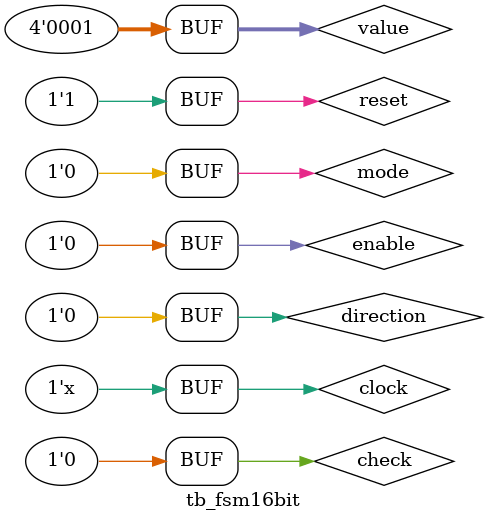
<source format=v>

`timescale 1 ns/100 ps

module tb_fsm16bit();
	reg         reset, clock;
	reg         enable, check, mode, direction;
	reg   [3:0] value;
	wire [15:0] count;
	
	parameter MYDEL = 10; // 50MHz
	
	always begin
		#MYDEL;
		clock = ~clock;
	end 
	
	// Instantiate counter.
	fsm16bit dut(clock, reset, enable, check, mode, direction, value, count);	
			
	initial begin
		
		reset = 1'b0;
		#5;
		reset = 1'b1;
				
		clock = 1'b1;
		
		check = 1'b1;
		mode = 1'b0;
		direction = 1'b0;
		value = 4'b0000;
		
		enable = 1'b1;
		#MYDEL;
		enable = 1'b0;
		// Count should be 16'h1382
		
		check = 1'b0;
		mode = 1'b1;
		direction = 1'b0;
		value = 4'b0110;
		//Increment by 6
		
		//KEY[0] press 5 times
		repeat(5) begin
			enable = 1'b1;
			#MYDEL;
			enable = 1'b0;
			#MYDEL;
		end
		
		reset = 1'b0;
		#MYDEL;
		reset = 1'b1;
		#MYDEL;
		
		check = 1'b0;
		mode = 1'b1;
		direction = 1'b1;
		value = 4'b0011;
		// decrement by 3
		
		//KEY[0] press 5 times
		repeat(5) begin
			enable = 1'b1;
			#MYDEL;
			enable = 1'b0;
			#MYDEL;
		end
		
		check = 1'b0;
		mode = 1'b0;
		direction = 1'b0;
		// shift left

		//KEY[0] press 5 times
		repeat(5) begin
			enable = 1'b1;
			#MYDEL;
			enable = 1'b0;
			#MYDEL;
		end
		
		check = 1'b0;
		mode = 1'b0;
		direction = 1'b1;
		// shift right
		
		//KEY[0] press 5 times
		repeat(5) begin
			enable = 1'b1;
			#MYDEL;
			enable = 1'b0;
			#MYDEL;
		end
		
		
		// Custom Tests
		
		check = 1'b1;
		mode = 1'b0;
		direction = 1'b1;
		// shift right but check is enabled
		
		// shift right
		repeat(4) begin
			enable = 1'b1;
			#MYDEL;
			enable = 1'b0;
			#MYDEL;
		end
		// Cant shift right because check is enabled
		
		reset = 1'b0;
		#MYDEL;
		reset = 1'b1;
		#MYDEL;
		
		check = 1'b0;
		mode = 1'b1;
		direction = 1'b0; 
		value = 4'b0001;
		// increment by 1
		
		enable = 1'b1;
		#MYDEL;
		enable = 1'b0;
		#MYDEL;
		
		mode = 1'b0;
		// shift left 4 times
		
		repeat(4) begin
			enable = 1'b1;
			#MYDEL;
			enable = 1'b0;
			#MYDEL;
		end
		
		
	end

endmodule

</source>
